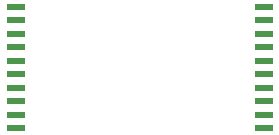
<source format=gbr>
%TF.GenerationSoftware,KiCad,Pcbnew,7.0.2*%
%TF.CreationDate,2023-10-04T16:53:15-06:00*%
%TF.ProjectId,igloo31,69676c6f-6f33-4312-9e6b-696361645f70,rev?*%
%TF.SameCoordinates,Original*%
%TF.FileFunction,Paste,Top*%
%TF.FilePolarity,Positive*%
%FSLAX46Y46*%
G04 Gerber Fmt 4.6, Leading zero omitted, Abs format (unit mm)*
G04 Created by KiCad (PCBNEW 7.0.2) date 2023-10-04 16:53:15*
%MOMM*%
%LPD*%
G01*
G04 APERTURE LIST*
%ADD10R,1.500000X0.600000*%
G04 APERTURE END LIST*
D10*
%TO.C,U2*%
X10500000Y-5143500D03*
X10500000Y-4000500D03*
X10500000Y-2857500D03*
X10500000Y-1714500D03*
X10500000Y-571500D03*
X10500000Y571500D03*
X10500000Y1714500D03*
X10500000Y2857500D03*
X10500000Y4000500D03*
X10500000Y5143500D03*
%TD*%
%TO.C,U1*%
X-10500000Y-5143500D03*
X-10500000Y-4000500D03*
X-10500000Y-2857500D03*
X-10500000Y-1714500D03*
X-10500000Y-571500D03*
X-10500000Y571500D03*
X-10500000Y1714500D03*
X-10500000Y2857500D03*
X-10500000Y4000500D03*
X-10500000Y5143500D03*
%TD*%
M02*

</source>
